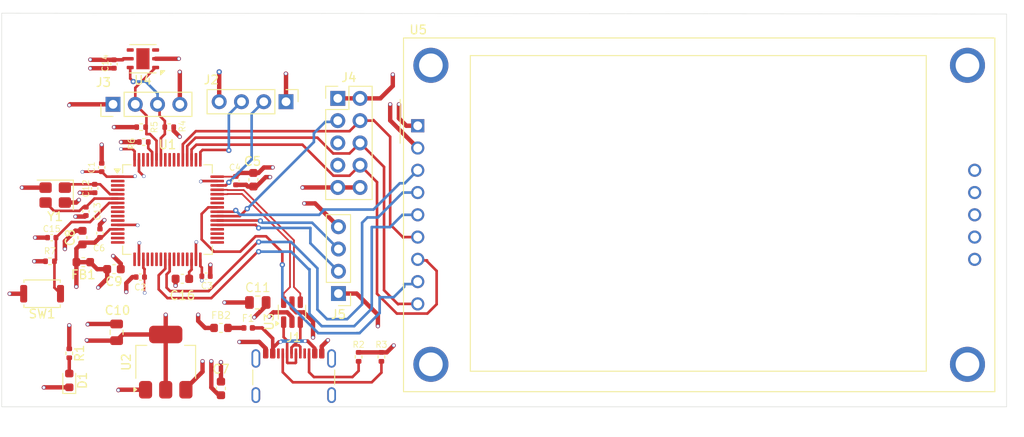
<source format=kicad_pcb>
(kicad_pcb (version 20241229) (generator "pcbnew") (generator_version "9.0")
  (title_block (title "STM32F446RE") (date "2025-10-20") (company "MYSELF"))
  (layers (0 "F.Cu" signal) (4 "In1.Cu" signal) (6 "In2.Cu" signal) (2 "B.Cu" signal) (13 "F.Paste" user) (15 "B.Paste" user) (5 "F.SilkS" user "F.Silkscreen") (7 "B.SilkS" user "B.Silkscreen") (1 "F.Mask" user) (3 "B.Mask" user) (25 "Edge.Cuts" user))
  (net 0 "")
  (net 1 "GND")
  (net 2 "+3.3V")
  (net 3 "VBUS")
  (net 4 "+5V")
  (net 5 "/HSE_IN")
  (net 6 "/HSE_OUT")
  (net 7 "/RESET")
  (net 8 "Net-(U1-VCAP_1)")
  (net 9 "Net-(D1-A)")
  (net 10 "Net-(F1-Pad1)")
  (net 11 "Net-(F1-Pad2)")
  (net 13 "Net-(J1-CC1)")
  (net 14 "Net-(J1-D--PadA7)")
  (net 17 "Net-(J1-CC2)")
  (net 18 "Net-(J1-D+-PadA6)")
  (net 22 "/SWDIO")
  (net 23 "/SWCLK")
  (net 24 "/I2C1_SCL")
  (net 25 "/I2C1_SDA")
  (net 26 "/SPI3_CLK")
  (net 27 "/SPI3_CS1")
  (net 29 "/SPI3_MISO")
  (net 30 "/SPI3_MOSI")
  (net 32 "/USART6_RX")
  (net 33 "/USART6_TX")
  (net 34 "Net-(U1-BOOT0)")
  (net 36 "/TIM1_CH1")
  (net 58 "/LCD_DC")
  (net 62 "/USB_D+")
  (net 63 "/LCD_RESET")
  (net 65 "/SPI3_CS2")
  (net 69 "/USB_D-")
  (footprint "Capacitor_SMD:C_0402_1005Metric" (layer "F.Cu") (at 81.1 74.1 180)
    (property "Reference" "C2")
    (property "Value" "100n")
  )
  (footprint "Resistor_SMD:R_0402_1005Metric" (layer "F.Cu") (at 84.4 57 180)
    (property "Reference" "R4")
    (property "Value" "4k7")
  )
  (footprint "Capacitor_SMD:C_0603_1608Metric" (layer "F.Cu") (at 94 63 -90)
    (property "Reference" "C5")
    (property "Value" "10u")
  )
  (footprint "Capacitor_SMD:C_0805_2012Metric" (layer "F.Cu") (at 78.4 80.4 90)
    (property "Reference" "C10")
    (property "Value" "22u")
  )
  (footprint "Capacitor_SMD:C_0402_1005Metric" (layer "F.Cu") (at 78.1 49.8 -90)
    (property "Reference" "C14")
    (property "Value" "100n")
  )
  (footprint "Connector_PinHeader_2.54mm:PinHeader_1x04_P2.54mm_Vertical" (layer "F.Cu") (at 77.99 54.4 90)
    (property "Reference" "J3")
    (property "Value" "Conn_01x04_Pin")
  )
  (footprint "Package_TO_SOT_SMD:SOT-223-3_TabPin2" (layer "F.Cu") (at 84 83.8 90)
    (property "Reference" "U2")
    (property "Value" "AMS1117")
  )
  (footprint "Connector_PinHeader_2.54mm:PinHeader_1x04_P2.54mm_Vertical" (layer "F.Cu") (at 103.7 75.98 180)
    (property "Reference" "J5")
    (property "Value" "Conn_01x04_Pin")
  )
  (footprint "Inductor_SMD:L_0603_1608Metric" (layer "F.Cu") (at 74.6 72.4 180)
    (property "Reference" "FB1")
    (property "Value" "120R")
  )
  (footprint "Capacitor_SMD:C_0402_1005Metric" (layer "F.Cu") (at 76.5 69.1 90)
    (property "Reference" "C6")
    (property "Value" "100n")
  )
  (footprint "Resistor_SMD:R_0402_1005Metric" (layer "F.Cu") (at 70.8 72.3)
    (property "Reference" "R7")
    (property "Value" "10k")
  )
  (footprint "Capacitor_SMD:C_0603_1608Metric" (layer "F.Cu") (at 78.1 73.2)
    (property "Reference" "C9")
    (property "Value" "1u")
  )
  (footprint "Connector_PinHeader_2.54mm:PinHeader_2x05_P2.54mm_Vertical" (layer "F.Cu") (at 103.625 53.72)
    (property "Reference" "J4")
    (property "Value" "Conn_02x05_Odd_Even")
  )
  (footprint "Connector_USB:USB_C_Receptacle_GCT_USB4105-xx-A_16P_TopMnt_Horizontal" (layer "F.Cu") (at 98.6 86.49)
    (property "Reference" "J1")
    (property "Value" "USB_C_Receptacle_USB2.0_16P")
  )
  (footprint "LED_SMD:LED_0603_1608Metric" (layer "F.Cu") (at 73 85.89 90)
    (property "Reference" "D1")
    (property "Value" "LED")
  )
  (footprint "Resistor_SMD:R_0402_1005Metric" (layer "F.Cu") (at 73 82.79 -90)
    (property "Reference" "R1")
    (property "Value" "220")
  )
  (footprint "Capacitor_SMD:C_0402_1005Metric" (layer "F.Cu") (at 75.9 64 -90)
    (property "Reference" "C12")
    (property "Value" "18p")
  )
  (footprint "Resistor_SMD:R_0402_1005Metric" (layer "F.Cu") (at 108.6 83.2 90)
    (property "Reference" "R3")
    (property "Value" "5k1")
  )
  (footprint "Resistor_SMD:R_0402_1005Metric" (layer "F.Cu") (at 81.2 57)
    (property "Reference" "R5")
    (property "Value" "4k7")
  )
  (footprint "Package_DFN_QFN:DFN-6-1EP_3x3mm_P1mm_EP1.5x2.4mm" (layer "F.Cu") (at 81.4 49.2 180)
    (property "Reference" "U4")
    (property "Value" "Si7021-A20")
  )
  (footprint "Capacitor_SMD:C_0603_1608Metric" (layer "F.Cu") (at 90.3 86.8 90)
    (property "Reference" "C7")
    (property "Value" "10u")
  )
  (footprint "Display:CR2013-MI2120" (layer "F.Cu") (at 112.7425 56.84)
    (property "Reference" "U5")
    (property "Value" "CR2013-MI2120")
  )
  (footprint "Inductor_SMD:L_0603_1608Metric" (layer "F.Cu") (at 90.3 79.9)
    (property "Reference" "FB2")
    (property "Value" "100R")
  )
  (footprint "Capacitor_SMD:C_0402_1005Metric" (layer "F.Cu") (at 88.6 74)
    (property "Reference" "C3")
    (property "Value" "100n")
  )
  (footprint "Resistor_SMD:R_0402_1005Metric" (layer "F.Cu") (at 106 83.2 90)
    (property "Reference" "R2")
    (property "Value" "5k1")
  )
  (footprint "Capacitor_SMD:C_0402_1005Metric" (layer "F.Cu") (at 92 63.1 -90)
    (property "Reference" "C4")
    (property "Value" "100n")
  )
  (footprint "Capacitor_SMD:C_0603_1608Metric" (layer "F.Cu") (at 74.5 69.6 90)
    (property "Reference" "C8")
    (property "Value" "1u")
  )
  (footprint "Resistor_SMD:R_0402_1005Metric" (layer "F.Cu") (at 81.5 58.7)
    (property "Reference" "R6")
    (property "Value" "10k")
  )
  (footprint "Package_TO_SOT_SMD:SOT-23-6" (layer "F.Cu") (at 98.4 78.1 90)
    (property "Reference" "U3")
    (property "Value" "USBLC6-2SC6")
  )
  (footprint "Connector_PinHeader_2.54mm:PinHeader_1x04_P2.54mm_Vertical" (layer "F.Cu") (at 97.72 54.1 -90)
    (property "Reference" "J2")
    (property "Value" "Conn_01x04_Pin")
  )
  (footprint "Fuse:Fuse_0402_1005Metric" (layer "F.Cu") (at 93.4 79.9)
    (property "Reference" "F1")
    (property "Value" "Polyfuse")
  )
  (footprint "Button_Switch_SMD:SW_Push_SPST_NO_Alps_SKRK" (layer "F.Cu") (at 69.9 76)
    (property "Reference" "SW1")
    (property "Value" "SW_Push")
  )
  (footprint "Capacitor_SMD:C_0603_1608Metric" (layer "F.Cu") (at 85.9 74.3)
    (property "Reference" "C16")
    (property "Value" "2u2")
  )
  (footprint "Capacitor_SMD:C_0805_2012Metric" (layer "F.Cu") (at 94.5 77 180)
    (property "Reference" "C11")
    (property "Value" "100u")
  )
  (footprint "Package_QFP:LQFP-64_10x10mm_P0.5mm" (layer "F.Cu") (at 84.2 66.4)
    (property "Reference" "U1")
    (property "Value" "STM32F446RETx")
  )
  (footprint "Capacitor_SMD:C_0402_1005Metric" (layer "F.Cu") (at 76.7 61.6 90)
    (property "Reference" "C1")
    (property "Value" "100n")
  )
  (footprint "Crystal:Crystal_SMD_3225-4Pin_3.2x2.5mm" (layer "F.Cu") (at 71.4 64.75 180)
    (property "Reference" "Y1")
    (property "Value" "Crystal_GND24")
  )
  (footprint "Capacitor_SMD:C_0402_1005Metric" (layer "F.Cu") (at 74.9 66.6 -90)
    (property "Reference" "C13")
    (property "Value" "18p")
  )
  (footprint "Capacitor_SMD:C_0402_1005Metric" (layer "F.Cu") (at 71 69.6)
    (property "Reference" "C15")
    (property "Value" "100n")
  )
  (gr_line (start 179.9 44.1) (end 179.9 46.1) (stroke (width 0.05)) (layer "Edge.Cuts"))
  (gr_line (start 65.3 44) (end 179.9 44.1) (stroke (width 0.05)) (layer "Edge.Cuts"))
  (gr_line (start 65.3 88.9) (end 65.3 44) (stroke (width 0.05)) (layer "Edge.Cuts"))
  (gr_line (start 179.9 88.9) (end 65.3 88.9) (stroke (width 0.05)) (layer "Edge.Cuts"))
  (gr_line (start 179.9 46.1) (end 179.9 88.9) (stroke (width 0.05)) (layer "Edge.Cuts"))
  (segment (start 85.61 50.71) (end 85.6 50.7) (width 0.5) (layer "F.Cu") (net 1))
  (segment (start 87.45 72.075) (end 87.45 70.15) (width 0.3) (layer "F.Cu") (net 1))
  (segment (start 96.276 78.124) (end 95.8 78.6) (width 0.5) (layer "F.Cu") (net 1))
  (segment (start 76.5 68.62) (end 76.5 68.1) (width 0.5) (layer "F.Cu") (net 1))
  (segment (start 103.625 63.88) (end 99.62 63.88) (width 0.5) (layer "F.Cu") (net 1))
  (segment (start 67.8 76) (end 66.2 76) (width 0.5) (layer "F.Cu") (net 1))
  (segment (start 82.85 49.2) (end 85.5 49.2) (width 0.5) (layer "F.Cu") (net 1))
  (segment (start 98.4 79.2375) (end 98.4 78.6709) (width 0.5) (layer "F.Cu") (net 1))
  (segment (start 78.1 50.28) (end 75.42 50.28) (width 0.5) (layer "F.Cu") (net 1))
  (segment (start 73.725 68.825) (end 73.7 68.8) (width 0.5) (layer "F.Cu") (net 1))
  (segment (start 89.875 63.15) (end 88.05 63.15) (width 0.3) (layer "F.Cu") (net 1))
  (segment (start 85.61 54.4) (end 85.61 50.71) (width 0.5) (layer "F.Cu") (net 1))
  (segment (start 80.99 58.7) (end 78.9 58.7) (width 0.5) (layer "F.Cu") (net 1))
  (segment (start 92 63.58) (end 93.18 63.58) (width 0.5) (layer "F.Cu") (net 1))
  (segment (start 80.2 74.1) (end 80.1 74.2) (width 0.5) (layer "F.Cu") (net 1))
  (segment (start 74.22 64.48) (end 74.2 64.5) (width 0.5) (layer "F.Cu") (net 1))
  (segment (start 74.5 68.825) (end 73.725 68.825) (width 0.5) (layer "F.Cu") (net 1))
  (segment (start 101.04 65.7) (end 99.8 65.7) (width 0.5) (layer "F.Cu") (net 1))
  (segment (start 89.08 72.72) (end 89.1 72.7) (width 0.5) (layer "F.Cu") (net 1))
  (segment (start 75.15 79.45) (end 75.1 79.5) (width 0.5) (layer "F.Cu") (net 1))
  (segment (start 78.875 73.2) (end 78.875 72.575) (width 0.5) (layer "F.Cu") (net 1))
  (segment (start 90.3 86.025) (end 90.3 83.8) (width 0.5) (layer "F.Cu") (net 1))
  (segment (start 109.6 56.2375) (end 109.6 54.4) (width 0.5) (layer "F.Cu") (net 1))
  (segment (start 112.7425 59.38) (end 109.6 56.2375) (width 0.5) (layer "F.Cu") (net 1))
  (segment (start 72.5 70) (end 72.5 70.9) (width 0.5) (layer "F.Cu") (net 1))
  (segment (start 94 63.775) (end 94.325 63.775) (width 0.5) (layer "F.Cu") (net 1))
  (segment (start 93.375 63.775) (end 94 63.775) (width 0.5) (layer "F.Cu") (net 1))
  (segment (start 93.805 63.58) (end 94 63.775) (width 0.5) (layer "F.Cu") (net 1))
  (segment (start 73.8 65.6) (end 74.1 65.3) (width 0.5) (layer "F.Cu") (net 1))
  (segment (start 74.9 67.08) (end 74.78 67.2) (width 0.5) (layer "F.Cu") (net 1))
  (segment (start 93.55 77) (end 90.7 77) (width 0.5) (layer "F.Cu") (net 1))
  (segment (start 98.4 78.6709) (end 97.8531 78.124) (width 0.5) (layer "F.Cu") (net 1))
  (segment (start 70.52 69.6) (end 69.1 69.6) (width 0.5) (layer "F.Cu") (net 1))
  (segment (start 97.8531 78.124) (end 96.276 78.124) (width 0.5) (layer "F.Cu") (net 1))
  (segment (start 70.3 63.9) (end 67.6 63.9) (width 0.5) (layer "F.Cu") (net 1))
  (segment (start 95.4 82.235001) (end 94.664999 81.5) (width 0.5) (layer "F.Cu") (net 1))
  (segment (start 95.4 62.7) (end 95.9 62.7) (width 0.5) (layer "F.Cu") (net 1))
  (segment (start 101.8 82.81) (end 101.8 82) (width 0.5) (layer "F.Cu") (net 1))
  (segment (start 80.75 68.15) (end 80.8 68.2) (width 0.3) (layer "F.Cu") (net 1))
  (segment (start 106.165 63.88) (end 103.625 63.88) (width 0.5) (layer "F.Cu") (net 1))
  (segment (start 81.7 86.95) (end 78.65 86.95) (width 0.5) (layer "F.Cu") (net 1))
  (segment (start 94.325 63.775) (end 95.4 62.7) (width 0.5) (layer "F.Cu") (net 1))
  (segment (start 78.4 79.45) (end 75.15 79.45) (width 0.5) (layer "F.Cu") (net 1))
  (segment (start 80.95 60.725) (end 80.95 62.05) (width 0.3) (layer "F.Cu") (net 1))
  (segment (start 93.18 63.58) (end 93.375 63.775) (width 0.5) (layer "F.Cu") (net 1))
  (segment (start 75.9 64.48) (end 74.22 64.48) (width 0.5) (layer "F.Cu") (net 1))
  (segment (start 85.125 75.085) (end 85.12 75.09) (width 0.5) (layer "F.Cu") (net 1))
  (segment (start 94.664999 81.5) (end 92.4 81.5) (width 0.5) (layer "F.Cu") (net 1))
  (segment (start 79.5 74.8) (end 79.5 75.8) (width 0.5) (layer "F.Cu") (net 1))
  (segment (start 76.7 61.12) (end 76.7 59) (width 0.5) (layer "F.Cu") (net 1))
  (segment (start 88.05 63.15) (end 88 63.2) (width 0.3) (layer "F.Cu") (net 1))
  (segment (start 78.875 72.575) (end 78 71.7) (width 0.5) (layer "F.Cu") (net 1))
  (segment (start 74.78 67.2) (end 73.7 67.2) (width 0.5) (layer "F.Cu") (net 1))
  (segment (start 85.125 74.3) (end 85.125 74.324) (width 0.5) (layer "F.Cu") (net 1))
  (segment (start 101.8 82) (end 102.5 81.3) (width 0.5) (layer "F.Cu") (net 1))
  (segment (start 95.4 82.81) (end 95.4 82.235001) (width 0.5) (layer "F.Cu") (net 1))
  (segment (start 78.65 86.95) (end 78.6 87) (width 0.5) (layer "F.Cu") (net 1))
  (segment (start 85.125 74.3) (end 85.125 75.085) (width 0.5) (layer "F.Cu") (net 1))
  (segment (start 103.7 68.36) (end 101.04 65.7) (width 0.5) (layer "F.Cu") (net 1))
  (segment (start 109.21 82.69) (end 110 81.9) (width 0.5) (layer "F.Cu") (net 1))
  (segment (start 106 82.69) (end 109.21 82.69) (width 0.5) (layer "F.Cu") (net 1))
  (segment (start 70.1225 86.6775) (end 70.1 86.7) (width 0.5) (layer "F.Cu") (net 1))
  (segment (start 78.525 68.15) (end 80.75 68.15) (width 0.3) (layer "F.Cu") (net 1))
  (segment (start 99.62 63.88) (end 99.6 63.9) (width 0.5) (layer "F.Cu") (net 1))
  (segment (start 75.42 50.28) (end 75.4 50.3) (width 0.5) (layer "F.Cu") (net 1))
  (segment (start 80.95 72.075) (end 80.95 70.25) (width 0.3) (layer "F.Cu") (net 1))
  (segment (start 80.95 62.05) (end 81.5 62.6) (width 0.3) (layer "F.Cu") (net 1))
  (segment (start 73 86.6775) (end 70.1225 86.6775) (width 0.5) (layer "F.Cu") (net 1))
  (segment (start 80.95 70.25) (end 81 70.2) (width 0.3) (layer "F.Cu") (net 1))
  (segment (start 80.1 74.2) (end 79.5 74.8) (width 0.5) (layer "F.Cu") (net 1))
  (segment (start 76.5 68.1) (end 77 67.6) (width 0.5) (layer "F.Cu") (net 1))
  (segment (start 90.1 54.1) (end 90.1 50.7) (width 0.5) (layer "F.Cu") (net 1))
  (segment (start 72.5 65.6) (end 73.8 65.6) (width 0.5) (layer "F.Cu") (net 1))
  (segment (start 80.62 74.1) (end 80.2 74.1) (width 0.5) (layer "F.Cu") (net 1))
  (segment (start 87.45 70.15) (end 87.5 70.1) (width 0.3) (layer "F.Cu") (net 1))
  (segment (start 73.7 68.8) (end 72.5 70) (width 0.5) (layer "F.Cu") (net 1))
  (segment (start 89.08 74) (end 89.08 72.72) (width 0.5) (layer "F.Cu") (net 1))
  (via (at 92.4 81.5) (size 0.4) (drill 0.3) (layers "F.Cu" "B.Cu") (net 1))
  (via (at 78.9 58.7) (size 0.4) (drill 0.3) (layers "F.Cu" "B.Cu") (net 1))
  (via (at 76.7 59) (size 0.4) (drill 0.3) (layers "F.Cu" "B.Cu") (net 1))
  (via (at 81.5 62.6) (size 0.4) (drill 0.3) (layers "F.Cu" "B.Cu") (net 1))
  (via (at 74.1 65.3) (size 0.4) (drill 0.3) (layers "F.Cu" "B.Cu") (net 1))
  (via (at 95.8 78.6) (size 0.4) (drill 0.3) (layers "F.Cu" "B.Cu") (net 1))
  (via (at 110 81.9) (size 0.4) (drill 0.3) (layers "F.Cu" "B.Cu") (net 1))
  (via (at 81 70.2) (size 0.4) (drill 0.3) (layers "F.Cu" "B.Cu") (net 1))
  (via (at 85.6 50.7) (size 0.4) (drill 0.3) (layers "F.Cu" "B.Cu") (net 1))
  (via (at 85.5 49.2) (size 0.4) (drill 0.3) (layers "F.Cu" "B.Cu") (net 1))
  (via (at 66.2 76) (size 0.4) (drill 0.3) (layers "F.Cu" "B.Cu") (net 1))
  (via (at 67.6 63.9) (size 0.4) (drill 0.3) (layers "F.Cu" "B.Cu") (net 1))
  (via (at 79.5 75.8) (size 0.4) (drill 0.3) (layers "F.Cu" "B.Cu") (net 1))
  (via (at 80.8 68.2) (size 0.4) (drill 0.3) (layers "F.Cu" "B.Cu") (net 1))
  (via (at 78.6 87) (size 0.4) (drill 0.3) (layers "F.Cu" "B.Cu") (net 1))
  (via (at 99.6 63.9) (size 0.4) (drill 0.3) (layers "F.Cu" "B.Cu") (net 1))
  (via (at 74.2 64.5) (size 0.4) (drill 0.3) (layers "F.Cu" "B.Cu") (net 1))
  (via (at 75.1 79.5) (size 0.4) (drill 0.3) (layers "F.Cu" "B.Cu") (net 1))
  (via (at 70.1 86.7) (size 0.4) (drill 0.3) (layers "F.Cu" "B.Cu") (net 1))
  (via (at 87.5 70.1) (size 0.4) (drill 0.3) (layers "F.Cu" "B.Cu") (net 1))
  (via (at 90.7 77) (size 0.4) (drill 0.3) (layers "F.Cu" "B.Cu") (net 1))
  (via (at 95.9 62.7) (size 0.4) (drill 0.3) (layers "F.Cu" "B.Cu") (net 1))
  (via (at 89.1 72.7) (size 0.4) (drill 0.3) (layers "F.Cu" "B.Cu") (net 1))
  (via (at 99.8 65.7) (size 0.4) (drill 0.3) (layers "F.Cu" "B.Cu") (net 1))
  (via (at 90.3 83.8) (size 0.4) (drill 0.3) (layers "F.Cu" "B.Cu") (net 1))
  (via (at 109.6 54.4) (size 0.4) (drill 0.3) (layers "F.Cu" "B.Cu") (net 1))
  (via (at 75.4 50.3) (size 0.4) (drill 0.3) (layers "F.Cu" "B.Cu") (net 1))
  (via (at 72.5 70.9) (size 0.4) (drill 0.3) (layers "F.Cu" "B.Cu") (net 1))
  (via (at 77 67.6) (size 0.4) (drill 0.3) (layers "F.Cu" "B.Cu") (net 1))
  (via (at 90.1 50.7) (size 0.6) (drill 0.3) (layers "F.Cu" "B.Cu") (net 1))
  (via (at 73.7 67.2) (size 0.4) (drill 0.3) (layers "F.Cu" "B.Cu") (net 1))
  (via (at 102.5 81.3) (size 0.4) (drill 0.3) (layers "F.Cu" "B.Cu") (net 1))
  (via (at 88 63.2) (size 0.4) (drill 0.3) (layers "F.Cu" "B.Cu") (net 1))
  (via (at 69.1 69.6) (size 0.4) (drill 0.3) (layers "F.Cu" "B.Cu") (net 1))
  (via (at 85.12 75.09) (size 0.4) (drill 0.3) (layers "F.Cu" "B.Cu") (net 1))
  (via (at 78 71.7) (size 0.4) (drill 0.3) (layers "F.Cu" "B.Cu") (net 1))
  (segment (start 79.1 80.65) (end 78.4 81.35) (width 0.5) (layer "F.Cu") (net 2))
  (segment (start 108.2 78.4) (end 108.2 79.7) (width 0.5) (layer "F.Cu") (net 2))
  (segment (start 94 62.225) (end 92.395 62.225) (width 0.5) (layer "F.Cu") (net 2))
  (segment (start 92.395 62.225) (end 92 62.62) (width 0.5) (layer "F.Cu") (net 2))
  (segment (start 105.9 76.1) (end 108.2 78.4) (width 0.5) (layer "F.Cu") (net 2))
  (segment (start 74.52 62.08) (end 74.5 62.1) (width 0.3) (layer "F.Cu") (net 2))
  (segment (start 78.4 81.35) (end 75.05 81.35) (width 0.5) (layer "F.Cu") (net 2))
  (segment (start 91.97 62.65) (end 92 62.62) (width 0.2) (layer "F.Cu") (net 2))
  (segment (start 77.325 73.2) (end 76.1875 73.2) (width 0.5) (layer "F.Cu") (net 2))
  (segment (start 73.8125 72.4) (end 73.8125 70.8625) (width 0.5) (layer "F.Cu") (net 2))
  (segment (start 80.45 60.725) (end 80.45 59.75) (width 0.3) (layer "F.Cu") (net 2))
  (segment (start 87.95 72.85) (end 88.12 73.02) (width 0.3) (layer "F.Cu") (net 2))
  (segment (start 74.5 70.175) (end 75.905 70.175) (width 0.5) (layer "F.Cu") (net 2))
  (segment (start 78.525 62.65) (end 77.27 62.65) (width 0.3) (layer "F.Cu") (net 2))
  (segment (start 106.165 53.72) (end 108.48 53.72) (width 0.5) (layer "F.Cu") (net 2))
  (segment (start 84 80.65) (end 79.1 80.65) (width 0.5) (layer "F.Cu") (net 2))
  (segment (start 81.45 73.05) (end 81.6 73.2) (width 0.3) (layer "F.Cu") (net 2))
  (segment (start 79.95 49.2) (end 79.2 49.2) (width 0.4) (layer "F.Cu") (net 2))
  (segment (start 97.72 54.1) (end 97.72 50.92) (width 0.5) (layer "F.Cu") (net 2))
  (segment (start 84.91 57.41) (end 85.6 58.1) (width 0.5) (layer "F.Cu") (net 2))
  (segment (start 110.6 56) (end 110.6 54.4) (width 0.5) (layer "F.Cu") (net 2))
  (segment (start 76.715466 69.58) (end 77.645466 68.65) (width 0.3) (layer "F.Cu") (net 2))
  (segment (start 77.325 73.2) (end 77.325 74.275) (width 0.5) (layer "F.Cu") (net 2))
  (segment (start 94.575 62.225) (end 95.2 61.6) (width 0.5) (layer "F.Cu") (net 2))
  (segment (start 77.27 62.65) (end 76.7 62.08) (width 0.3) (layer "F.Cu") (net 2))
  (segment (start 77.645466 68.65) (end 78.525 68.65) (width 0.3) (layer "F.Cu") (net 2))
  (segment (start 81.58 73.22) (end 81.58 74.1) (width 0.3) (layer "F.Cu") (net 2))
  (segment (start 103.7 75.98) (end 105.78 75.98) (width 0.5) (layer "F.Cu") (net 2))
  (segment (start 73.1 54.4) (end 73 54.5) (width 0.5) (layer "F.Cu") (net 2))
  (segment (start 81.58 75.88) (end 81.6 75.9) (width 0.2) (layer "F.Cu") (net 2))
  (segment (start 77.99 54.4) (end 73.1 54.4) (width 0.5) (layer "F.Cu") (net 2))
  (segment (start 84.91 57) (end 84.91 57.41) (width 0.5) (layer "F.Cu") (net 2))
  (segment (start 77.325 74.275) (end 76.3 75.3) (width 0.5) (layer "F.Cu") (net 2))
  (segment (start 108.5 53.7) (end 109.9 52.3) (width 0.5) (layer "F.Cu") (net 2))
  (segment (start 108.48 53.72) (end 108.5 53.7) (width 0.5) (layer "F.Cu") (net 2))
  (segment (start 89.875 62.65) (end 91.97 62.65) (width 0.2) (layer "F.Cu") (net 2))
  (segment (start 94 62.225) (end 94.575 62.225) (width 0.5) (layer "F.Cu") (net 2))
  (segment (start 80.69 57) (end 78.1 57) (width 0.5) (layer "F.Cu") (net 2))
  (segment (start 111.44 56.84) (end 110.6 56) (width 0.5) (layer "F.Cu") (net 2))
  (segment (start 81.58 74.1) (end 81.45 73.97) (width 0.2) (layer "F.Cu") (net 2))
  (segment (start 88.12 74) (end 88.12 74.5) (width 0.3) (layer "F.Cu") (net 2))
  (segment (start 109.9 52.3) (end 109.9 51) (width 0.5) (layer "F.Cu") (net 2))
  (segment (start 75.05 81.35) (end 75 81.3) (width 0.5) (layer "F.Cu") (net 2))
  (segment (start 70.29 72.3) (end 69 72.3) (width 0.5) (layer "F.Cu") (net 2))
  (segment (start 75.42 49.32) (end 75.4 49.3) (width 0.5) (layer "F.Cu") (net 2))
  (segment (start 105.78 75.98) (end 105.9 76.1) (width 0.5) (layer "F.Cu") (net 2))
  (segment (start 73.8125 75.1875) (end 73.8 75.2) (width 0.5) (layer "F.Cu") (net 2))
  (segment (start 76.7 62.08) (end 74.52 62.08) (width 0.3) (layer "F.Cu") (net 2))
  (segment (start 89.905 62.62) (end 89.875 62.65) (width 0.2) (layer "F.Cu") (net 2))
  (segment (start 76.1875 73.2) (end 75.3875 72.4) (width 0.5) (layer "F.Cu") (net 2))
  (segment (start 75.905 70.175) (end 76.5 69.58) (width 0.5) (layer "F.Cu") (net 2))
  (segment (start 84 80.65) (end 84 78.4) (width 0.5) (layer "F.Cu") (net 2))
  (segment (start 80.45 59.75) (end 80.2 59.5) (width 0.3) (layer "F.Cu") (net 2))
  (segment (start 87.95 72.075) (end 87.95 72.85) (width 0.3) (layer "F.Cu") (net 2))
  (segment (start 80.45 62.65) (end 80.5 62.6) (width 0.3) (layer "F.Cu") (net 2))
  (segment (start 81.58 74.1) (end 81.58 75.88) (width 0.2) (layer "F.Cu") (net 2))
  (segment (start 73.8125 70.8625) (end 74.5 70.175) (width 0.5) (layer "F.Cu") (net 2))
  (segment (start 78.525 62.65) (end 80.45 62.65) (width 0.3) (layer "F.Cu") (net 2))
  (segment (start 112.7425 56.84) (end 111.44 56.84) (width 0.5) (layer "F.Cu") (net 2))
  (segment (start 73.8125 72.4) (end 73.8125 75.1875) (width 0.5) (layer "F.Cu") (net 2))
  (segment (start 73 82.28) (end 73 79.6) (width 0.5) (layer "F.Cu") (net 2))
  (segment (start 103.625 53.72) (end 106.165 53.72) (width 0.5) (layer "F.Cu") (net 2))
  (segment (start 88.12 73.02) (end 88.12 74) (width 0.3) (layer "F.Cu") (net 2))
  (segment (start 79.2 49.2) (end 79.08 49.32) (width 0.4) (layer "F.Cu") (net 2))
  (segment (start 81.6 73.2) (end 81.58 73.22) (width 0.3) (layer "F.Cu") (net 2))
  (segment (start 75.3875 72.4) (end 73.8125 72.4) (width 0.5) (layer "F.Cu") (net 2))
  (segment (start 84 86.95) (end 84 80.65) (width 0.5) (layer "F.Cu") (net 2))
  (segment (start 78.1 49.32) (end 75.42 49.32) (width 0.5) (layer "F.Cu") (net 2))
  (segment (start 95.2 61.6) (end 96.2 61.6) (width 0.5) (layer "F.Cu") (net 2))
  (segment (start 97.72 50.92) (end 97.7 50.9) (width 0.5) (layer "F.Cu") (net 2))
  (segment (start 80.2 59.5) (end 78.9 59.5) (width 0.3) (layer "F.Cu") (net 2))
  (segment (start 79.08 49.32) (end 78.1 49.32) (width 0.4) (layer "F.Cu") (net 2))
  (segment (start 76.5 69.58) (end 76.715466 69.58) (width 0.3) (layer "F.Cu") (net 2))
  (segment (start 81.45 72.075) (end 81.45 73.05) (width 0.3) (layer "F.Cu") (net 2))
  (via (at 109.9 51) (size 0.4) (drill 0.3) (layers "F.Cu" "B.Cu") (net 2))
  (via (at 74.5 62.1) (size 0.4) (drill 0.3) (layers "F.Cu" "B.Cu") (net 2))
  (via (at 81.6 75.9) (size 0.4) (drill 0.3) (layers "F.Cu" "B.Cu") (net 2))
  (via (at 110.6 54.4) (size 0.4) (drill 0.3) (layers "F.Cu" "B.Cu") (net 2))
  (via (at 73 54.5) (size 0.4) (drill 0.3) (layers "F.Cu" "B.Cu") (net 2))
  (via (at 69 72.3) (size 0.4) (drill 0.3) (layers "F.Cu" "B.Cu") (net 2))
  (via (at 84 78.4) (size 0.4) (drill 0.3) (layers "F.Cu" "B.Cu") (net 2))
  (via (at 75.4 49.3) (size 0.4) (drill 0.3) (layers "F.Cu" "B.Cu") (net 2))
  (via (at 108.2 79.7) (size 0.4) (drill 0.3) (layers "F.Cu" "B.Cu") (net 2))
  (via (at 96.2 61.6) (size 0.4) (drill 0.3) (layers "F.Cu" "B.Cu") (net 2))
  (via (at 78.1 57) (size 0.4) (drill 0.3) (layers "F.Cu" "B.Cu") (net 2))
  (via (at 76.3 75.3) (size 0.4) (drill 0.3) (layers "F.Cu" "B.Cu") (net 2))
  (via (at 73 79.6) (size 0.4) (drill 0.3) (layers "F.Cu" "B.Cu") (net 2))
  (via (at 85.6 58.1) (size 0.4) (drill 0.3) (layers "F.Cu" "B.Cu") (net 2))
  (via (at 78.9 59.5) (size 0.4) (drill 0.3) (layers "F.Cu" "B.Cu") (net 2))
  (via (at 80.5 62.6) (size 0.4) (drill 0.3) (layers "F.Cu" "B.Cu") (net 2))
  (via (at 75 81.3) (size 0.4) (drill 0.3) (layers "F.Cu" "B.Cu") (net 2))
  (via (at 88.12 74.5) (size 0.4) (drill 0.3) (layers "F.Cu" "B.Cu") (net 2))
  (via (at 97.7 50.9) (size 0.4) (drill 0.3) (layers "F.Cu" "B.Cu") (net 2))
  (via (at 73.8 75.2) (size 0.4) (drill 0.3) (layers "F.Cu" "B.Cu") (net 2))
  (segment (start 86.3 86.95) (end 86.3 86.8) (width 0.5) (layer "F.Cu") (net 3))
  (segment (start 90.3 87.575) (end 90.075 87.575) (width 0.5) (layer "F.Cu") (net 3))
  (segment (start 90.075 87.575) (end 89.2 86.7) (width 0.5) (layer "F.Cu") (net 3))
  (segment (start 88 85.1) (end 88.2 84.9) (width 0.5) (layer "F.Cu") (net 3))
  (segment (start 86.3 86.8) (end 88 85.1) (width 0.5) (layer "F.Cu") (net 3))
  (segment (start 86.3 86.95) (end 86.3 86.4) (width 0.5) (layer "F.Cu") (net 3))
  (segment (start 89.2 86.7) (end 89.2 83.7) (width 0.5) (layer "F.Cu") (net 3))
  (segment (start 88.2 84.9) (end 88.2 83.7) (width 0.5) (layer "F.Cu") (net 3))
  (via (at 89.2 83.7) (size 0.4) (drill 0.3) (layers "F.Cu" "B.Cu") (net 3))
  (via (at 88.2 83.7) (size 0.4) (drill 0.3) (layers "F.Cu" "B.Cu") (net 3))
  (segment (start 98.4 76.9625) (end 98.4 77.624999) (width 0.5) (layer "F.Cu") (net 4))
  (segment (start 88.5 79.9) (end 88.4 79.8) (width 0.5) (layer "F.Cu") (net 4))
  (segment (start 99.7531 78.124) (end 100.8 79.1709) (width 0.5) (layer "F.Cu") (net 4))
  (segment (start 95.45 77) (end 95.45 77.35) (width 0.5) (layer "F.Cu") (net 4))
  (segment (start 88.4 79.8) (end 87.7 79.1) (width 0.5) (layer "F.Cu") (net 4))
  (segment (start 89.5125 79.9) (end 88.5 79.9) (width 0.5) (layer "F.Cu") (net 4))
  (segment (start 98.4 77.624999) (end 98.899001 78.124) (width 0.5) (layer "F.Cu") (net 4))
  (segment (start 87.7 79.1) (end 87.7 78.4) (width 0.5) (layer "F.Cu") (net 4))
  (segment (start 100.8 79.1709) (end 100.8 81) (width 0.5) (layer "F.Cu") (net 4))
  (segment (start 98.899001 78.124) (end 99.7531 78.124) (width 0.5) (layer "F.Cu") (net 4))
  (segment (start 95.45 77.35) (end 94.1 78.7) (width 0.5) (layer "F.Cu") (net 4))
  (via (at 94.1 78.7) (size 0.4) (drill 0.3) (layers "F.Cu" "B.Cu") (net 4))
  (via (at 87.7 78.4) (size 0.4) (drill 0.3) (layers "F.Cu" "B.Cu") (net 4))
  (via (at 100.8 81) (size 0.4) (drill 0.3) (layers "F.Cu" "B.Cu") (net 4))
  (segment (start 76.515466 63.52) (end 75.9 63.52) (width 0.3) (layer "F.Cu") (net 5))
  (segment (start 72.5 63.9) (end 72.88 63.52) (width 0.3) (layer "F.Cu") (net 5))
  (segment (start 72.88 63.52) (end 75.9 63.52) (width 0.3) (layer "F.Cu") (net 5))
  (segment (start 78.525 64.65) (end 77.645466 64.65) (width 0.3) (layer "F.Cu") (net 5))
  (segment (start 77.645466 64.65) (end 76.515466 63.52) (width 0.3) (layer "F.Cu") (net 5))
  (segment (start 70.3 65.6) (end 71.251 66.551) (width 0.3) (layer "F.Cu") (net 6))
  (segment (start 74.159001 66.551) (end 74.590001 66.12) (width 0.3) (layer "F.Cu") (net 6))
  (segment (start 71.251 66.551) (end 74.159001 66.551) (width 0.3) (layer "F.Cu") (net 6))
  (segment (start 75.87 65.15) (end 78.525 65.15) (width 0.3) (layer "F.Cu") (net 6))
  (segment (start 74.590001 66.12) (end 74.9 66.12) (width 0.3) (layer "F.Cu") (net 6))
  (segment (start 74.9 66.12) (end 75.87 65.15) (width 0.3) (layer "F.Cu") (net 6))
  (segment (start 78.525 65.65) (end 77.55 65.65) (width 0.3) (layer "F.Cu") (net 7))
  (segment (start 71.48 72.13) (end 71.31 72.3) (width 0.3) (layer "F.Cu") (net 7))
  (segment (start 75.376 67.824) (end 73.256 67.824) (width 0.3) (layer "F.Cu") (net 7))
  (segment (start 71.48 69.6) (end 71.48 72.13) (width 0.3) (layer "F.Cu") (net 7))
  (segment (start 77.55 65.65) (end 75.376 67.824) (width 0.3) (layer "F.Cu") (net 7))
  (segment (start 73.256 67.824) (end 71.48 69.6) (width 0.3) (layer "F.Cu") (net 7))
  (segment (start 71.31 72.3) (end 71.31 75.31) (width 0.3) (layer "F.Cu") (net 7))
  (segment (start 71.31 75.31) (end 72 76) (width 0.3) (layer "F.Cu") (net 7))
  (segment (start 86.675 73.525) (end 86.675 74.3) (width 0.3) (layer "F.Cu") (net 8))
  (segment (start 86.95 73.25) (end 86.675 73.525) (width 0.3) (layer "F.Cu") (net 8))
  (segment (start 86.95 72.075) (end 86.95 73.25) (width 0.3) (layer "F.Cu") (net 8))
  (segment (start 73 83.3) (end 73 85.1025) (width 0.4) (layer "F.Cu") (net 9))
  (segment (start 92.915 79.9) (end 91.0875 79.9) (width 0.5) (layer "F.Cu") (net 10))
  (segment (start 97.1 81.5) (end 96.909756 81.5) (width 0.4) (layer "F.Cu") (net 11))
  (segment (start 95 79.9) (end 96.2 81.1) (width 0.4) (layer "F.Cu") (net 11))
  (segment (start 96.909756 81.5) (end 96.2 82.209756) (width 0.4) (layer "F.Cu") (net 11))
  (segment (start 93.885 79.9) (end 95 79.9) (width 0.4) (layer "F.Cu") (net 11))
  (segment (start 96.2 81.1) (end 96.2 82.81) (width 0.4) (layer "F.Cu") (net 11))
  (segment (start 96.2 82.209756) (end 96.2 82.81) (width 0.4) (layer "F.Cu") (net 11))
  (segment (start 100.190244 81.4) (end 99.9 81.4) (width 0.4) (layer "F.Cu") (net 11))
  (segment (start 101 82.209756) (end 100.190244 81.4) (width 0.4) (layer "F.Cu") (net 11))
  (segment (start 101 82.81) (end 101 82.209756) (width 0.4) (layer "F.Cu") (net 11))
  (via (at 99.9 81.4) (size 0.4) (drill 0.3) (layers "F.Cu" "B.Cu") (net 11))
  (via (at 97.1 81.5) (size 0.4) (drill 0.3) (layers "F.Cu" "B.Cu") (net 11))
  (segment (start 97.2 81.4) (end 97.1 81.5) (width 0.4) (layer "B.Cu") (net 11))
  (segment (start 99.9 81.4) (end 97.2 81.4) (width 0.4) (layer "B.Cu") (net 11))
  (segment (start 107.5 86.1) (end 108.6 85) (width 0.3) (layer "F.Cu") (net 13))
  (segment (start 98.5 86.1) (end 107.5 86.1) (width 0.3) (layer "F.Cu") (net 13))
  (segment (start 97.35 82.81) (end 97.35 84.95) (width 0.3) (layer "F.Cu") (net 13))
  (segment (start 108.6 85) (end 108.6 83.71) (width 0.3) (layer "F.Cu") (net 13))
  (segment (start 97.35 84.95) (end 98.5 86.1) (width 0.3) (layer "F.Cu") (net 13))
  (segment (start 98.8 83.9) (end 98.85 83.85) (width 0.3) (layer "F.Cu") (net 14))
  (segment (start 97.9 83.9) (end 98.8 83.9) (width 0.3) (layer "F.Cu") (net 14))
  (segment (start 97.85 83.85) (end 97.9 83.9) (width 0.3) (layer "F.Cu") (net 14))
  (segment (start 97.85 82.81) (end 97.85 83.85) (width 0.3) (layer "F.Cu") (net 14))
  (segment (start 97.9 81.4) (end 97.85 81.45) (width 0.3) (layer "F.Cu") (net 14))
  (segment (start 98.85 83.85) (end 98.85 82.81) (width 0.3) (layer "F.Cu") (net 14))
  (segment (start 97.45 79.2375) (end 97.45 80.95) (width 0.3) (layer "F.Cu") (net 14))
  (segment (start 97.45 80.95) (end 97.9 81.4) (width 0.3) (layer "F.Cu") (net 14))
  (segment (start 97.85 81.45) (end 97.85 82.81) (width 0.3) (layer "F.Cu") (net 14))
  (segment (start 106 83.71) (end 106 84.8) (width 0.3) (layer "F.Cu") (net 17))
  (segment (start 100.35 84.95) (end 100.9 85.5) (width 0.3) (layer "F.Cu") (net 17))
  (segment (start 100.9 85.5) (end 105.3 85.5) (width 0.3) (layer "F.Cu") (net 17))
  (segment (start 100.35 82.81) (end 100.35 84.95) (width 0.3) (layer "F.Cu") (net 17))
  (segment (start 105.3 85.5) (end 106 84.8) (width 0.3) (layer "F.Cu") (net 17))
  (segment (start 98.596466 81.884) (end 98.540233 81.940233) (width 0.3) (layer "F.Cu") (net 18))
  (segment (start 99.184 81.884) (end 98.596466 81.884) (width 0.3) (layer "F.Cu") (net 18))
  (segment (start 99.3 81.3) (end 99.35 81.25) (width 0.3) (layer "F.Cu") (net 18))
  (segment (start 98.35 82.81) (end 98.35 82.130466) (width 0.3) (layer "F.Cu") (net 18))
  (segment (start 99.35 82.05) (end 99.184 81.884) (width 0.3) (layer "F.Cu") (net 18))
  (segment (start 99.35 81.25) (end 99.35 79.2375) (width 0.3) (layer "F.Cu") (net 18))
  (segment (start 99.180466 81.3) (end 99.3 81.3) (width 0.3) (layer "F.Cu") (net 18))
  (segment (start 98.35 82.130466) (end 98.540233 81.940233) (width 0.3) (layer "F.Cu") (net 18))
  (segment (start 98.540233 81.940233) (end 99.180466 81.3) (width 0.3) (layer "F.Cu") (net 18))
  (segment (start 99.35 82.81) (end 99.35 82.05) (width 0.3) (layer "F.Cu") (net 18))
  (segment (start 89.875 63.65) (end 90.85 63.65) (width 0.3) (layer "F.Cu") (net 22))
  (segment (start 90.85 63.65) (end 91.2 63.3) (width 0.3) (layer "F.Cu") (net 22))
  (via (at 91.2 63.3) (size 0.6) (drill 0.3) (layers "F.Cu" "B.Cu") (net 22))
  (segment (start 91.2 63.3) (end 93.8 60.7) (width 0.3) (layer "B.Cu") (net 22))
  (segment (start 93.8 55.48) (end 95.18 54.1) (width 0.3) (layer "B.Cu") (net 22))
  (segment (start 93.8 60.7) (end 93.8 55.48) (width 0.3) (layer "B.Cu") (net 22))
  (segment (start 87.95 60.725) (end 87.95 59.85) (width 0.3) (layer "F.Cu") (net 23))
  (segment (start 88.2 59.6) (end 91.15 59.6) (width 0.3) (layer "F.Cu") (net 23))
  (segment (start 91.15 59.6) (end 91.2 59.65) (width 0.3) (layer "F.Cu") (net 23))
  (segment (start 87.95 59.85) (end 88.2 59.6) (width 0.3) (layer "F.Cu") (net 23))
  (via (at 91.2 59.65) (size 0.6) (drill 0.3) (layers "F.Cu" "B.Cu") (net 23))
  (segment (start 91.2 55.54) (end 92.64 54.1) (width 0.3) (layer "B.Cu") (net 23))
  (segment (start 91.2 59.65) (end 91.2 55.54) (width 0.3) (layer "B.Cu") (net 23))
  (segment (start 83.3 54.63) (end 83.07 54.4) (width 0.3) (layer "F.Cu") (net 24))
  (segment (start 79.95 51.45) (end 80 51.5) (width 0.3) (layer "F.Cu") (net 24))
  (segment (start 83.9 57.8) (end 83.9 56.3) (width 0.3) (layer "F.Cu") (net 24))
  (segment (start 83.3 55.7) (end 83.3 54.63) (width 0.3) (layer "F.Cu") (net 24))
  (segment (start 80 51.5) (end 80.3 51.8) (width 0.3) (layer "F.Cu") (net 24))
  (segment (start 79.95 50.2) (end 79.95 51.45) (width 0.3) (layer "F.Cu") (net 24))
  (segment (start 83.45 58.25) (end 83.9 57.8) (width 0.3) (layer "F.Cu") (net 24))
  (segment (start 83.9 56.3) (end 83.3 55.7) (width 0.3) (layer "F.Cu") (net 24))
  (segment (start 83.45 60.725) (end 83.45 58.25) (width 0.3) (layer "F.Cu") (net 24))
  (via (at 80.3 51.8) (size 0.6) (drill 0.3) (layers "F.Cu" "B.Cu") (net 24))
  (segment (start 83.07 53.17) (end 83.07 54.4) (width 0.3) (layer "B.Cu") (net 24))
  (segment (start 80.3 51.8) (end 81.7 51.8) (width 0.3) (layer "B.Cu") (net 24))
  (segment (start 81.7 51.8) (end 83.07 53.17) (width 0.3) (layer "B.Cu") (net 24))
  (segment (start 81.8 57.8) (end 81.8 55.67) (width 0.3) (layer "F.Cu") (net 25))
  (segment (start 82.95 60.725) (end 82.95 58.55) (width 0.3) (layer "F.Cu") (net 25))
  (segment (start 81.8 55.67) (end 80.53 54.4) (width 0.3) (layer "F.Cu") (net 25))
  (segment (start 80.53 52.52) (end 80.53 54.4) (width 0.3) (layer "F.Cu") (net 25))
  (segment (start 82.2 57.8) (end 81.8 57.8) (width 0.3) (layer "F.Cu") (net 25))
  (segment (start 82.85 50.2) (end 80.53 52.52) (width 0.3) (layer "F.Cu") (net 25))
  (segment (start 82.95 58.55) (end 82.2 57.8) (width 0.3) (layer "F.Cu") (net 25))
  (segment (start 104.964 62.541) (end 106.165 61.34) (width 0.3) (layer "F.Cu") (net 26))
  (segment (start 110.361 78.261) (end 113.839 78.261) (width 0.3) (layer "F.Cu") (net 26))
  (segment (start 106.165 61.34) (end 108.1 63.275) (width 0.3) (layer "F.Cu") (net 26))
  (segment (start 87.5 59) (end 99.586529 59) (width 0.3) (layer "F.Cu") (net 26))
  (segment (start 108.1 63.275) (end 108.1 76) (width 0.3) (layer "F.Cu") (net 26))
  (segment (start 99.586529 59) (end 103.127529 62.541) (width 0.3) (layer "F.Cu") (net 26))
  (segment (start 103.127529 62.541) (end 104.964 62.541) (width 0.3) (layer "F.Cu") (net 26))
  (segment (start 113.8 72.2) (end 112.8625 72.2) (width 0.3) (layer "F.Cu") (net 26))
  (segment (start 113.8 72.3) (end 113.8 72.2) (width 0.3) (layer "F.Cu") (net 26))
  (segment (start 114.9 73.4) (end 113.8 72.3) (width 0.3) (layer "F.Cu") (net 26))
  (segment (start 112.8625 72.2) (end 112.7425 72.08) (width 0.3) (layer "F.Cu") (net 26))
  (segment (start 108.1 76) (end 110.361 78.261) (width 0.3) (layer "F.Cu") (net 26))
  (segment (start 86.95 59.55) (end 87.5 59) (width 0.3) (layer "F.Cu") (net 26))
  (segment (start 86.95 60.725) (end 86.95 59.55) (width 0.3) (layer "F.Cu") (net 26))
  (segment (start 114.9 77.2) (end 114.9 73.4) (width 0.3) (layer "F.Cu") (net 26))
  (segment (start 113.839 78.261) (end 114.9 77.2) (width 0.3) (layer "F.Cu") (net 26))
  (segment (start 92.45 67.15) (end 93.3 66.3) (width 0.3) (layer "F.Cu") (net 27))
  (segment (start 89.875 67.15) (end 92.45 67.15) (width 0.3) (layer "F.Cu") (net 27))
  (via (at 93.3 66.3) (size 0.6) (drill 0.3) (layers "F.Cu" "B.Cu") (net 27))
  (segment (start 100.9 57.7) (end 102.2 56.4) (width 0.3) (layer "B.Cu") (net 27))
  (segment (start 93.3 66.3) (end 100.9 58.7) (width 0.3) (layer "B.Cu") (net 27))
  (segment (start 100.9 58.7) (end 100.9 57.7) (width 0.3) (layer "B.Cu") (net 27))
  (segment (start 103.485 56.4) (end 103.625 56.26) (width 0.3) (layer "B.Cu") (net 27))
  (segment (start 102.2 56.4) (end 103.485 56.4) (width 0.3) (layer "B.Cu") (net 27))
  (segment (start 108.9 75.6) (end 110.5 77.2) (width 0.3) (layer "F.Cu") (net 29))
  (segment (start 103.101 60.001) (end 101.3 58.2) (width 0.3) (layer "F.Cu") (net 29))
  (segment (start 86.45 59.15852) (end 86.45 60.725) (width 0.3) (layer "F.Cu") (net 29))
  (segment (start 108.9 61.535) (end 108.9 75.6) (width 0.3) (layer "F.Cu") (net 29))
  (segment (start 101.3 58.2) (end 87.40852 58.2) (width 0.3) (layer "F.Cu") (net 29))
  (segment (start 110.5 77.2) (end 110.54 77.16) (width 0.3) (layer "F.Cu") (net 29))
  (segment (start 106.165 58.8) (end 108.9 61.535) (width 0.3) (layer "F.Cu") (net 29))
  (segment (start 110.54 77.16) (end 112.7425 77.16) (width 0.3) (layer "F.Cu") (net 29))
  (segment (start 87.40852 58.2) (end 86.45 59.15852) (width 0.3) (layer "F.Cu") (net 29))
  (segment (start 106.165 58.8) (end 104.964 60.001) (width 0.3) (layer "F.Cu") (net 29))
  (segment (start 104.964 60.001) (end 103.101 60.001) (width 0.3) (layer "F.Cu") (net 29))
  (segment (start 111.1 69.6) (end 111.16 69.54) (width 0.3) (layer "F.Cu") (net 30))
  (segment (start 107.7 56.2) (end 109.6 58.1) (width 0.3) (layer "F.Cu") (net 30))
  (segment (start 109.7 68.2) (end 111.1 69.6) (width 0.3) (layer "F.Cu") (net 30))
  (segment (start 85.95 60.725) (end 85.95 58.95) (width 0.3) (layer "F.Cu") (net 30))
  (segment (start 107.64 56.26) (end 107.7 56.2) (width 0.3) (layer "F.Cu") (net 30))
  (segment (start 104.964 57.461) (end 106.165 56.26) (width 0.3) (layer "F.Cu") (net 30))
  (segment (start 85.95 58.95) (end 87.439 57.461) (width 0.3) (layer "F.Cu") (net 30))
  (segment (start 109.6 68.2) (end 109.7 68.2) (width 0.3) (layer "F.Cu") (net 30))
  (segment (start 87.439 57.461) (end 104.964 57.461) (width 0.3) (layer "F.Cu") (net 30))
  (segment (start 109.6 58.1) (end 109.6 68.2) (width 0.3) (layer "F.Cu") (net 30))
  (segment (start 111.16 69.54) (end 112.7425 69.54) (width 0.3) (layer "F.Cu") (net 30))
  (segment (start 106.165 56.26) (end 107.64 56.26) (width 0.3) (layer "F.Cu") (net 30))
  (segment (start 94.75 67.65) (end 94.8 67.7) (width 0.3) (layer "F.Cu") (net 32))
  (segment (start 89.875 67.65) (end 94.75 67.65) (width 0.3) (layer "F.Cu") (net 32))
  (via (at 94.8 67.7) (size 0.6) (drill 0.3) (layers "F.Cu" "B.Cu") (net 32))
  (segment (start 94.8 67.7) (end 95 67.9) (width 0.3) (layer "B.Cu") (net 32))
  (segment (start 95 67.9) (end 100.7 67.9) (width 0.3) (layer "B.Cu") (net 32))
  (segment (start 100.7 67.9) (end 103.7 70.9) (width 0.3) (layer "B.Cu") (net 32))
  (segment (start 94.25 68.15) (end 94.6 68.5) (width 0.3) (layer "F.Cu") (net 33))
  (segment (start 89.875 68.15) (end 94.25 68.15) (width 0.3) (layer "F.Cu") (net 33))
  (via (at 94.6 68.5) (size 0.6) (drill 0.3) (layers "F.Cu" "B.Cu") (net 33))
  (segment (start 94.6 68.5) (end 100.5 68.5) (width 0.3) (layer "B.Cu") (net 33))
  (segment (start 100.5 68.5) (end 100.5 70.24) (width 0.3) (layer "B.Cu") (net 33))
  (segment (start 100.5 70.24) (end 103.7 73.44) (width 0.3) (layer "B.Cu") (net 33))
  (segment (start 82.01 58.7) (end 82.01 59.405466) (width 0.3) (layer "F.Cu") (net 34))
  (segment (start 82.45 60.725) (end 82.45 59.845466) (width 0.3) (layer "F.Cu") (net 34))
  (segment (start 82.01 59.405466) (end 82.45 59.845466) (width 0.3) (layer "F.Cu") (net 34))
  (segment (start 88.85 66.15) (end 89.875 66.15) (width 0.3) (layer "F.Cu") (net 36))
  (segment (start 97.3 72.7) (end 97.3 71.3) (width 0.3) (layer "F.Cu") (net 36))
  (segment (start 94.251 69.449) (end 92.5 71.2) (width 0.3) (layer "F.Cu") (net 36))
  (segment (start 97.3 71.3) (end 95.449 69.449) (width 0.3) (layer "F.Cu") (net 36))
  (segment (start 88.1 69.8) (end 88.1 66.9) (width 0.3) (layer "F.Cu") (net 36))
  (segment (start 92.5 71.2) (end 89.5 71.2) (width 0.3) (layer "F.Cu") (net 36))
  (segment (start 88.1 66.9) (end 88.85 66.15) (width 0.3) (layer "F.Cu") (net 36))
  (segment (start 89.5 71.2) (end 88.1 69.8) (width 0.3) (layer "F.Cu") (net 36))
  (segment (start 95.449 69.449) (end 94.251 69.449) (width 0.3) (layer "F.Cu") (net 36))
  (via (at 97.3 72.7) (size 0.6) (drill 0.3) (layers "F.Cu" "B.Cu") (net 36))
  (segment (start 108.4 76.4) (end 110 76.4) (width 0.3) (layer "B.Cu") (net 36))
  (segment (start 111.2 75.2) (end 111.2 74.9) (width 0.3) (layer "B.Cu") (net 36))
  (segment (start 112.7225 74.6) (end 112.7425 74.62) (width 0.3) (layer "B.Cu") (net 36))
  (segment (start 105.8 80.5) (end 106.1 80.5) (width 0.3) (layer "B.Cu") (net 36))
  (segment (start 111.2 74.9) (end 112.4625 74.9) (width 0.3) (layer "B.Cu") (net 36))
  (segment (start 110 76.4) (end 111.2 75.2) (width 0.3) (layer "B.Cu") (net 36))
  (segment (start 97.3 72.7) (end 97.3 76.4) (width 0.3) (layer "B.Cu") (net 36))
  (segment (start 105.8 80.5) (end 106 80.5) (width 0.3) (layer "B.Cu") (net 36))
  (segment (start 97.3 76.4) (end 101.4 80.5) (width 0.3) (layer "B.Cu") (net 36))
  (segment (start 108.4 78.2) (end 108.4 76.4) (width 0.3) (layer "B.Cu") (net 36))
  (segment (start 106.1 80.5) (end 108.4 78.2) (width 0.3) (layer "B.Cu") (net 36))
  (segment (start 101.4 80.5) (end 105.8 80.5) (width 0.3) (layer "B.Cu") (net 36))
  (segment (start 112.4625 74.9) (end 112.7425 74.62) (width 0.3) (layer "B.Cu") (net 36))
  (segment (start 83.3 73.8) (end 83.2 73.9) (width 0.3) (layer "F.Cu") (net 58))
  (segment (start 84.2 76.5) (end 84.5 76.5) (width 0.3) (layer "F.Cu") (net 58))
  (segment (start 83.2 75.5) (end 84.2 76.5) (width 0.3) (layer "F.Cu") (net 58))
  (segment (start 94.5 71.2) (end 94.6 71.2) (width 0.3) (layer "F.Cu") (net 58))
  (segment (start 83.95 72.075) (end 83.95 73.15) (width 0.3) (layer "F.Cu") (net 58))
  (segment (start 89.2 76.5) (end 94.5 71.2) (width 0.3) (layer "F.Cu") (net 58))
  (segment (start 83.2 73.9) (end 83.2 75.5) (width 0.3) (layer "F.Cu") (net 58))
  (segment (start 83.95 73.15) (end 83.3 73.8) (width 0.3) (layer "F.Cu") (net 58))
  (segment (start 84.5 76.5) (end 89.2 76.5) (width 0.3) (layer "F.Cu") (net 58))
  (via (at 94.6 71.2) (size 0.6) (drill 0.3) (layers "F.Cu" "B.Cu") (net 58))
  (segment (start 109.6 68.4) (end 111 67) (width 0.3) (layer "B.Cu") (net 58))
  (segment (start 94.6 71.2) (end 98.3 71.2) (width 0.3) (layer "B.Cu") (net 58))
  (segment (start 100.4 78.3) (end 101.8 79.7) (width 0.3) (layer "B.Cu") (net 58))
  (segment (start 100.4 73.2) (end 100.4 78.3) (width 0.3) (layer "B.Cu") (net 58))
  (segment (start 105.5 79.7) (end 107.5 77.7) (width 0.3) (layer "B.Cu") (net 58))
  (segment (start 111 67) (end 112.7425 67) (width 0.3) (layer "B.Cu") (net 58))
  (segment (start 107.5 68.4) (end 109.6 68.4) (width 0.3) (layer "B.Cu") (net 58))
  (segment (start 98.3 71.2) (end 100.3 73.2) (width 0.3) (layer "B.Cu") (net 58))
  (segment (start 101.8 79.7) (end 105.5 79.7) (width 0.3) (layer "B.Cu") (net 58))
  (segment (start 107.5 77.7) (end 107.5 68.4) (width 0.3) (layer "B.Cu") (net 58))
  (segment (start 100.3 73.2) (end 100.4 73.2) (width 0.3) (layer "B.Cu") (net 58))
  (segment (start 91.037501 64.15) (end 89.875 64.15) (width 0.2) (layer "F.Cu") (net 62))
  (segment (start 91.062501 64.175) (end 91.037501 64.15) (width 0.2) (layer "F.Cu") (net 62))
  (segment (start 92.893198 64.175) (end 91.062501 64.175) (width 0.2) (layer "F.Cu") (net 62))
  (segment (start 99.35 75.968749) (end 98.625 75.243749) (width 0.2) (layer "F.Cu") (net 62))
  (segment (start 98.625 75.243749) (end 98.625 69.906802) (width 0.2) (layer "F.Cu") (net 62))
  (segment (start 98.625 69.906802) (end 92.893198 64.175) (width 0.2) (layer "F.Cu") (net 62))
  (segment (start 99.35 76.9625) (end 99.35 75.968749) (width 0.2) (layer "F.Cu") (net 62))
  (segment (start 88.9 75.7) (end 85.5 75.7) (width 0.3) (layer "F.Cu") (net 63))
  (segment (start 85.5 75.7) (end 84.5 75.7) (width 0.3) (layer "F.Cu") (net 63))
  (segment (start 94.6 70.1) (end 94.5 70.1) (width 0.3) (layer "F.Cu") (net 63))
  (segment (start 84.1 73.8) (end 84.45 73.45) (width 0.3) (layer "F.Cu") (net 63))
  (segment (start 84.5 75.7) (end 84.1 75.3) (width 0.3) (layer "F.Cu") (net 63))
  (segment (start 94.5 70.1) (end 88.9 75.7) (width 0.3) (layer "F.Cu") (net 63))
  (segment (start 84.45 73.45) (end 84.45 72.075) (width 0.3) (layer "F.Cu") (net 63))
  (segment (start 84.1 75.3) (end 84.1 73.8) (width 0.3) (layer "F.Cu") (net 63))
  (via (at 94.6 70.1) (size 0.6) (drill 0.3) (layers "F.Cu" "B.Cu") (net 63))
  (segment (start 106.4 77.2) (end 106.4 67.9) (width 0.3) (layer "B.Cu") (net 63))
  (segment (start 108.2 67.3) (end 111.04 64.46) (width 0.3) (layer "B.Cu") (net 63))
  (segment (start 107 67.3) (end 108.2 67.3) (width 0.3) (layer "B.Cu") (net 63))
  (segment (start 98.3 70.1) (end 101.3 73.1) (width 0.3) (layer "B.Cu") (net 63))
  (segment (start 106.4 67.9) (end 107 67.3) (width 0.3) (layer "B.Cu") (net 63))
  (segment (start 111.04 64.46) (end 112.7425 64.46) (width 0.3) (layer "B.Cu") (net 63))
  (segment (start 101.3 73.1) (end 101.3 77.8) (width 0.3) (layer "B.Cu") (net 63))
  (segment (start 94.6 70.1) (end 98.3 70.1) (width 0.3) (layer "B.Cu") (net 63))
  (segment (start 102.4 78.9) (end 104.7 78.9) (width 0.3) (layer "B.Cu") (net 63))
  (segment (start 101.3 77.8) (end 102.4 78.9) (width 0.3) (layer "B.Cu") (net 63))
  (segment (start 104.7 78.9) (end 106.4 77.2) (width 0.3) (layer "B.Cu") (net 63))
  (segment (start 89.875 66.65) (end 91.84038 66.65) (width 0.3) (layer "F.Cu") (net 65))
  (segment (start 91.84038 66.65) (end 91.99038 66.5) (width 0.3) (layer "F.Cu") (net 65))
  (via (at 91.99038 66.5) (size 0.6) (drill 0.3) (layers "F.Cu" "B.Cu") (net 65))
  (segment (start 111.2625 63.4) (end 112.7425 61.92) (width 0.3) (layer "B.Cu") (net 65))
  (segment (start 107.7 66.4) (end 110.7 63.4) (width 0.3) (layer "B.Cu") (net 65))
  (segment (start 102 66.4) (end 107.7 66.4) (width 0.3) (layer "B.Cu") (net 65))
  (segment (start 91.99038 66.5) (end 92.49038 67) (width 0.3) (layer "B.Cu") (net 65))
  (segment (start 110.7 63.4) (end 111.2625 63.4) (width 0.3) (layer "B.Cu") (net 65))
  (segment (start 92.49038 67) (end 101.5 67) (width 0.3) (layer "B.Cu") (net 65))
  (segment (start 102 66.5) (end 102 66.4) (width 0.3) (layer "B.Cu") (net 65))
  (segment (start 101.5 67) (end 102 66.5) (width 0.3) (layer "B.Cu") (net 65))
  (segment (start 97.45 76.9625) (end 97.45 75.968749) (width 0.2) (layer "F.Cu") (net 69))
  (segment (start 97.45 75.968749) (end 98.175 75.243749) (width 0.2) (layer "F.Cu") (net 69))
  (segment (start 92.706802 64.625) (end 91.062501 64.625) (width 0.2) (layer "F.Cu") (net 69))
  (segment (start 91.062501 64.625) (end 91.037501 64.65) (width 0.2) (layer "F.Cu") (net 69))
  (segment (start 91.037501 64.65) (end 89.875 64.65) (width 0.2) (layer "F.Cu") (net 69))
  (segment (start 98.175 70.093198) (end 92.706802 64.625) (width 0.2) (layer "F.Cu") (net 69))
  (segment (start 98.175 75.243749) (end 98.175 70.093198) (width 0.2) (layer "F.Cu") (net 69))
)
</source>
